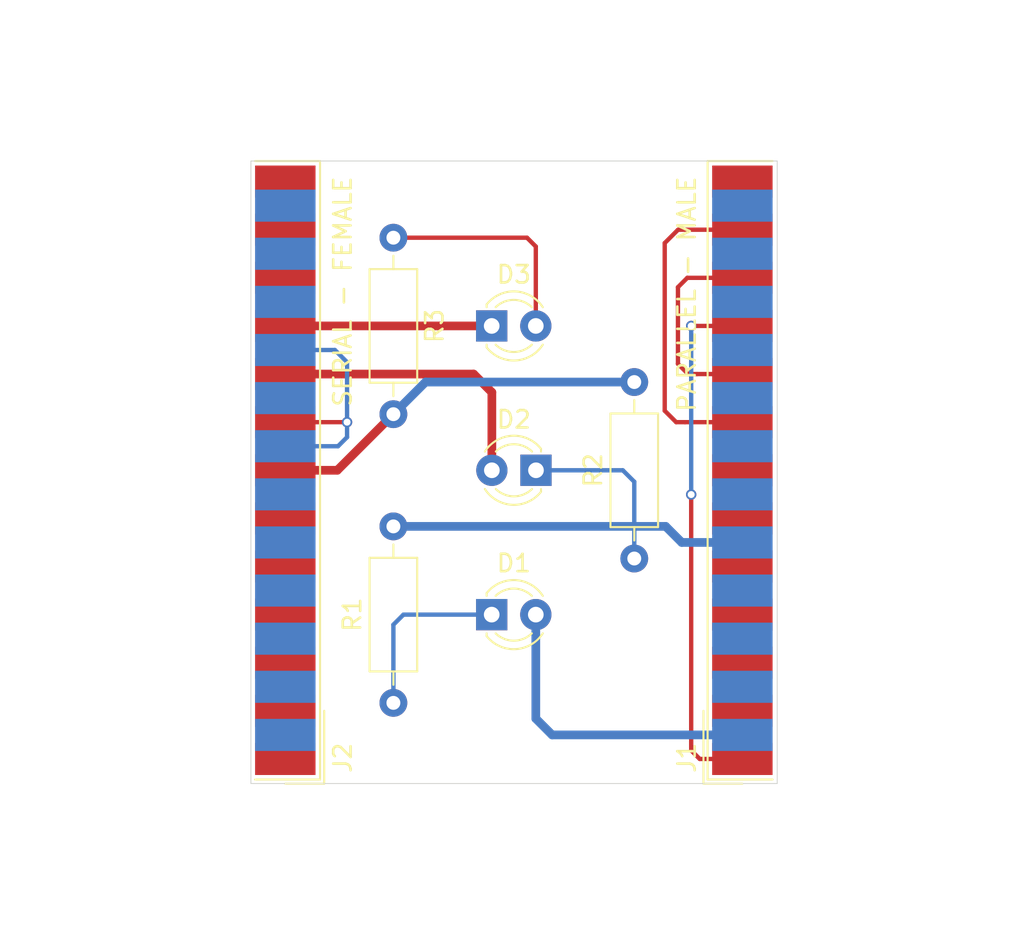
<source format=kicad_pcb>
(kicad_pcb (version 20171130) (host pcbnew 5.1.5)

  (general
    (thickness 1.6)
    (drawings 6)
    (tracks 62)
    (zones 0)
    (modules 8)
    (nets 18)
  )

  (page A4)
  (layers
    (0 F.Cu signal)
    (31 B.Cu signal)
    (36 B.SilkS user)
    (37 F.SilkS user)
    (38 B.Mask user)
    (39 F.Mask user)
    (44 Edge.Cuts user)
    (45 Margin user)
    (46 B.CrtYd user hide)
    (47 F.CrtYd user hide)
    (49 F.Fab user hide)
  )

  (setup
    (last_trace_width 0.25)
    (trace_clearance 0.2)
    (zone_clearance 0.508)
    (zone_45_only no)
    (trace_min 0.2)
    (via_size 0.6)
    (via_drill 0.4)
    (via_min_size 0.4)
    (via_min_drill 0.3)
    (uvia_size 0.3)
    (uvia_drill 0.1)
    (uvias_allowed no)
    (uvia_min_size 0.2)
    (uvia_min_drill 0.1)
    (edge_width 0.05)
    (segment_width 0.2)
    (pcb_text_width 0.3)
    (pcb_text_size 1.5 1.5)
    (mod_edge_width 0.12)
    (mod_text_size 1 1)
    (mod_text_width 0.15)
    (pad_size 1.8 1.8)
    (pad_drill 0.9)
    (pad_to_mask_clearance 0)
    (solder_mask_min_width 0.25)
    (aux_axis_origin 0 0)
    (visible_elements FFFFFF7F)
    (pcbplotparams
      (layerselection 0x010fc_ffffffff)
      (usegerberextensions false)
      (usegerberattributes false)
      (usegerberadvancedattributes false)
      (creategerberjobfile false)
      (excludeedgelayer true)
      (linewidth 0.100000)
      (plotframeref false)
      (viasonmask false)
      (mode 1)
      (useauxorigin false)
      (hpglpennumber 1)
      (hpglpenspeed 20)
      (hpglpendiameter 15.000000)
      (psnegative false)
      (psa4output false)
      (plotreference true)
      (plotvalue true)
      (plotinvisibletext false)
      (padsonsilk false)
      (subtractmaskfromsilk false)
      (outputformat 1)
      (mirror false)
      (drillshape 1)
      (scaleselection 1)
      (outputdirectory ""))
  )

  (net 0 "")
  (net 1 "Net-(D1-Pad1)")
  (net 2 "Net-(D2-Pad1)")
  (net 3 "Net-(D3-Pad2)")
  (net 4 "Net-(J1-Pad1)")
  (net 5 "Net-(J1-Pad2)")
  (net 6 "Net-(J1-Pad4)")
  (net 7 "Net-(J1-Pad6)")
  (net 8 "Net-(J1-Pad12)")
  (net 9 "Net-(J1-Pad11)")
  (net 10 "Net-(J2-Pad2)")
  (net 11 "Net-(J2-Pad4)")
  (net 12 "Net-(J2-Pad20)")
  (net 13 /+5v)
  (net 14 /+12v)
  (net 15 /-12v)
  (net 16 /gnd_p)
  (net 17 /gnd_s)

  (net_class Default "This is the default net class."
    (clearance 0.2)
    (trace_width 0.25)
    (via_dia 0.6)
    (via_drill 0.4)
    (uvia_dia 0.3)
    (uvia_drill 0.1)
    (add_net "Net-(D1-Pad1)")
    (add_net "Net-(D2-Pad1)")
    (add_net "Net-(D3-Pad2)")
    (add_net "Net-(J1-Pad1)")
    (add_net "Net-(J1-Pad11)")
    (add_net "Net-(J1-Pad12)")
    (add_net "Net-(J1-Pad2)")
    (add_net "Net-(J1-Pad4)")
    (add_net "Net-(J1-Pad6)")
    (add_net "Net-(J2-Pad2)")
    (add_net "Net-(J2-Pad20)")
    (add_net "Net-(J2-Pad4)")
  )

  (net_class Power ""
    (clearance 0.2)
    (trace_width 0.5)
    (via_dia 0.8)
    (via_drill 0.6)
    (uvia_dia 0.3)
    (uvia_drill 0.1)
    (add_net /+12v)
    (add_net /+5v)
    (add_net /-12v)
    (add_net /gnd_p)
    (add_net /gnd_s)
  )

  (module LED_THT:LED_D3.0mm (layer F.Cu) (tedit 587A3A7B) (tstamp 5E0D76F7)
    (at 115.5142 112.831)
    (descr "LED, diameter 3.0mm, 2 pins")
    (tags "LED diameter 3.0mm 2 pins")
    (path /5E0D8714)
    (fp_text reference D1 (at 1.275 -2.96) (layer F.SilkS)
      (effects (font (size 1 1) (thickness 0.15)))
    )
    (fp_text value LED (at 1.27 2.96) (layer F.Fab)
      (effects (font (size 1 1) (thickness 0.15)))
    )
    (fp_arc (start 1.27 0) (end -0.23 -1.16619) (angle 284.3) (layer F.Fab) (width 0.1))
    (fp_arc (start 1.27 0) (end -0.29 -1.235516) (angle 108.8) (layer F.SilkS) (width 0.12))
    (fp_arc (start 1.27 0) (end -0.29 1.235516) (angle -108.8) (layer F.SilkS) (width 0.12))
    (fp_arc (start 1.27 0) (end 0.229039 -1.08) (angle 87.9) (layer F.SilkS) (width 0.12))
    (fp_arc (start 1.27 0) (end 0.229039 1.08) (angle -87.9) (layer F.SilkS) (width 0.12))
    (fp_circle (center 1.27 0) (end 2.77 0) (layer F.Fab) (width 0.1))
    (fp_line (start -0.23 -1.16619) (end -0.23 1.16619) (layer F.Fab) (width 0.1))
    (fp_line (start -0.29 -1.236) (end -0.29 -1.08) (layer F.SilkS) (width 0.12))
    (fp_line (start -0.29 1.08) (end -0.29 1.236) (layer F.SilkS) (width 0.12))
    (fp_line (start -1.15 -2.25) (end -1.15 2.25) (layer F.CrtYd) (width 0.05))
    (fp_line (start -1.15 2.25) (end 3.7 2.25) (layer F.CrtYd) (width 0.05))
    (fp_line (start 3.7 2.25) (end 3.7 -2.25) (layer F.CrtYd) (width 0.05))
    (fp_line (start 3.7 -2.25) (end -1.15 -2.25) (layer F.CrtYd) (width 0.05))
    (pad 1 thru_hole rect (at 0 0) (size 1.8 1.8) (drill 0.9) (layers *.Cu *.Mask)
      (net 1 "Net-(D1-Pad1)"))
    (pad 2 thru_hole circle (at 2.54 0) (size 1.8 1.8) (drill 0.9) (layers *.Cu *.Mask)
      (net 13 /+5v))
    (model ${KISYS3DMOD}/LED_THT.3dshapes/LED_D3.0mm.wrl
      (offset (xyz 0 0 -2.5))
      (scale (xyz 1 1 0.8))
      (rotate (xyz 0 0 0))
    )
  )

  (module LED_THT:LED_D3.0mm (layer F.Cu) (tedit 587A3A7B) (tstamp 5E0D770A)
    (at 118.0642 104.521 180)
    (descr "LED, diameter 3.0mm, 2 pins")
    (tags "LED diameter 3.0mm 2 pins")
    (path /5E0ECE52)
    (fp_text reference D2 (at 1.275 2.921) (layer F.SilkS)
      (effects (font (size 1 1) (thickness 0.15)))
    )
    (fp_text value LED (at 1.27 2.96) (layer F.Fab)
      (effects (font (size 1 1) (thickness 0.15)))
    )
    (fp_line (start 3.7 -2.25) (end -1.15 -2.25) (layer F.CrtYd) (width 0.05))
    (fp_line (start 3.7 2.25) (end 3.7 -2.25) (layer F.CrtYd) (width 0.05))
    (fp_line (start -1.15 2.25) (end 3.7 2.25) (layer F.CrtYd) (width 0.05))
    (fp_line (start -1.15 -2.25) (end -1.15 2.25) (layer F.CrtYd) (width 0.05))
    (fp_line (start -0.29 1.08) (end -0.29 1.236) (layer F.SilkS) (width 0.12))
    (fp_line (start -0.29 -1.236) (end -0.29 -1.08) (layer F.SilkS) (width 0.12))
    (fp_line (start -0.23 -1.16619) (end -0.23 1.16619) (layer F.Fab) (width 0.1))
    (fp_circle (center 1.27 0) (end 2.77 0) (layer F.Fab) (width 0.1))
    (fp_arc (start 1.27 0) (end 0.229039 1.08) (angle -87.9) (layer F.SilkS) (width 0.12))
    (fp_arc (start 1.27 0) (end 0.229039 -1.08) (angle 87.9) (layer F.SilkS) (width 0.12))
    (fp_arc (start 1.27 0) (end -0.29 1.235516) (angle -108.8) (layer F.SilkS) (width 0.12))
    (fp_arc (start 1.27 0) (end -0.29 -1.235516) (angle 108.8) (layer F.SilkS) (width 0.12))
    (fp_arc (start 1.27 0) (end -0.23 -1.16619) (angle 284.3) (layer F.Fab) (width 0.1))
    (pad 2 thru_hole circle (at 2.54 0 180) (size 1.8 1.8) (drill 0.9) (layers *.Cu *.Mask)
      (net 14 /+12v))
    (pad 1 thru_hole rect (at 0 0 180) (size 1.8 1.8) (drill 0.9) (layers *.Cu *.Mask)
      (net 2 "Net-(D2-Pad1)"))
    (model ${KISYS3DMOD}/LED_THT.3dshapes/LED_D3.0mm.wrl
      (offset (xyz 0 0 -2.5))
      (scale (xyz 1 1 0.8))
      (rotate (xyz 0 0 0))
    )
  )

  (module LED_THT:LED_D3.0mm (layer F.Cu) (tedit 587A3A7B) (tstamp 5E0D9145)
    (at 115.5142 96.211)
    (descr "LED, diameter 3.0mm, 2 pins")
    (tags "LED diameter 3.0mm 2 pins")
    (path /5E0F7277)
    (fp_text reference D3 (at 1.275 -2.96) (layer F.SilkS)
      (effects (font (size 1 1) (thickness 0.15)))
    )
    (fp_text value LED (at 1.27 2.96) (layer F.Fab)
      (effects (font (size 1 1) (thickness 0.15)))
    )
    (fp_arc (start 1.27 0) (end -0.23 -1.16619) (angle 284.3) (layer F.Fab) (width 0.1))
    (fp_arc (start 1.27 0) (end -0.29 -1.235516) (angle 108.8) (layer F.SilkS) (width 0.12))
    (fp_arc (start 1.27 0) (end -0.29 1.235516) (angle -108.8) (layer F.SilkS) (width 0.12))
    (fp_arc (start 1.27 0) (end 0.229039 -1.08) (angle 87.9) (layer F.SilkS) (width 0.12))
    (fp_arc (start 1.27 0) (end 0.229039 1.08) (angle -87.9) (layer F.SilkS) (width 0.12))
    (fp_circle (center 1.27 0) (end 2.77 0) (layer F.Fab) (width 0.1))
    (fp_line (start -0.23 -1.16619) (end -0.23 1.16619) (layer F.Fab) (width 0.1))
    (fp_line (start -0.29 -1.236) (end -0.29 -1.08) (layer F.SilkS) (width 0.12))
    (fp_line (start -0.29 1.08) (end -0.29 1.236) (layer F.SilkS) (width 0.12))
    (fp_line (start -1.15 -2.25) (end -1.15 2.25) (layer F.CrtYd) (width 0.05))
    (fp_line (start -1.15 2.25) (end 3.7 2.25) (layer F.CrtYd) (width 0.05))
    (fp_line (start 3.7 2.25) (end 3.7 -2.25) (layer F.CrtYd) (width 0.05))
    (fp_line (start 3.7 -2.25) (end -1.15 -2.25) (layer F.CrtYd) (width 0.05))
    (pad 1 thru_hole rect (at 0 0) (size 1.8 1.8) (drill 0.9) (layers *.Cu *.Mask)
      (net 15 /-12v))
    (pad 2 thru_hole circle (at 2.54 0) (size 1.8 1.8) (drill 0.9) (layers *.Cu *.Mask)
      (net 3 "Net-(D3-Pad2)"))
    (model ${KISYS3DMOD}/LED_THT.3dshapes/LED_D3.0mm.wrl
      (offset (xyz 0 0 -2.5))
      (scale (xyz 1 1 0.8))
      (rotate (xyz 0 0 0))
    )
  )

  (module Connector_Dsub:DSUB-25_Male_EdgeMount_P2.77mm (layer F.Cu) (tedit 59FEDEE2) (tstamp 5E0D77CA)
    (at 129.9464 104.521 90)
    (descr "25-pin D-Sub connector, solder-cups edge-mounted, male, x-pin-pitch 2.77mm, distance of mounting holes 47.1mm, see https://disti-assets.s3.amazonaws.com/tonar/files/datasheets/16730.pdf")
    (tags "25-pin D-Sub connector edge mount solder cup male x-pin-pitch 2.77mm mounting holes distance 47.1mm")
    (path /5E0D0CC4)
    (attr smd)
    (fp_text reference J1 (at -16.5525 -3.2004 270) (layer F.SilkS)
      (effects (font (size 1 1) (thickness 0.15)))
    )
    (fp_text value PARALLEL_SIDE (at 0 16.69 90) (layer F.Fab)
      (effects (font (size 1 1) (thickness 0.15)))
    )
    (fp_line (start -17.22 -0.91) (end -17.22 1.99) (layer F.Fab) (width 0.1))
    (fp_line (start -17.22 1.99) (end -16.02 1.99) (layer F.Fab) (width 0.1))
    (fp_line (start -16.02 1.99) (end -16.02 -0.91) (layer F.Fab) (width 0.1))
    (fp_line (start -16.02 -0.91) (end -17.22 -0.91) (layer F.Fab) (width 0.1))
    (fp_line (start -14.45 -0.91) (end -14.45 1.99) (layer F.Fab) (width 0.1))
    (fp_line (start -14.45 1.99) (end -13.25 1.99) (layer F.Fab) (width 0.1))
    (fp_line (start -13.25 1.99) (end -13.25 -0.91) (layer F.Fab) (width 0.1))
    (fp_line (start -13.25 -0.91) (end -14.45 -0.91) (layer F.Fab) (width 0.1))
    (fp_line (start -11.68 -0.91) (end -11.68 1.99) (layer F.Fab) (width 0.1))
    (fp_line (start -11.68 1.99) (end -10.48 1.99) (layer F.Fab) (width 0.1))
    (fp_line (start -10.48 1.99) (end -10.48 -0.91) (layer F.Fab) (width 0.1))
    (fp_line (start -10.48 -0.91) (end -11.68 -0.91) (layer F.Fab) (width 0.1))
    (fp_line (start -8.91 -0.91) (end -8.91 1.99) (layer F.Fab) (width 0.1))
    (fp_line (start -8.91 1.99) (end -7.71 1.99) (layer F.Fab) (width 0.1))
    (fp_line (start -7.71 1.99) (end -7.71 -0.91) (layer F.Fab) (width 0.1))
    (fp_line (start -7.71 -0.91) (end -8.91 -0.91) (layer F.Fab) (width 0.1))
    (fp_line (start -6.14 -0.91) (end -6.14 1.99) (layer F.Fab) (width 0.1))
    (fp_line (start -6.14 1.99) (end -4.94 1.99) (layer F.Fab) (width 0.1))
    (fp_line (start -4.94 1.99) (end -4.94 -0.91) (layer F.Fab) (width 0.1))
    (fp_line (start -4.94 -0.91) (end -6.14 -0.91) (layer F.Fab) (width 0.1))
    (fp_line (start -3.37 -0.91) (end -3.37 1.99) (layer F.Fab) (width 0.1))
    (fp_line (start -3.37 1.99) (end -2.17 1.99) (layer F.Fab) (width 0.1))
    (fp_line (start -2.17 1.99) (end -2.17 -0.91) (layer F.Fab) (width 0.1))
    (fp_line (start -2.17 -0.91) (end -3.37 -0.91) (layer F.Fab) (width 0.1))
    (fp_line (start -0.6 -0.91) (end -0.6 1.99) (layer F.Fab) (width 0.1))
    (fp_line (start -0.6 1.99) (end 0.6 1.99) (layer F.Fab) (width 0.1))
    (fp_line (start 0.6 1.99) (end 0.6 -0.91) (layer F.Fab) (width 0.1))
    (fp_line (start 0.6 -0.91) (end -0.6 -0.91) (layer F.Fab) (width 0.1))
    (fp_line (start 2.17 -0.91) (end 2.17 1.99) (layer F.Fab) (width 0.1))
    (fp_line (start 2.17 1.99) (end 3.37 1.99) (layer F.Fab) (width 0.1))
    (fp_line (start 3.37 1.99) (end 3.37 -0.91) (layer F.Fab) (width 0.1))
    (fp_line (start 3.37 -0.91) (end 2.17 -0.91) (layer F.Fab) (width 0.1))
    (fp_line (start 4.94 -0.91) (end 4.94 1.99) (layer F.Fab) (width 0.1))
    (fp_line (start 4.94 1.99) (end 6.14 1.99) (layer F.Fab) (width 0.1))
    (fp_line (start 6.14 1.99) (end 6.14 -0.91) (layer F.Fab) (width 0.1))
    (fp_line (start 6.14 -0.91) (end 4.94 -0.91) (layer F.Fab) (width 0.1))
    (fp_line (start 7.71 -0.91) (end 7.71 1.99) (layer F.Fab) (width 0.1))
    (fp_line (start 7.71 1.99) (end 8.91 1.99) (layer F.Fab) (width 0.1))
    (fp_line (start 8.91 1.99) (end 8.91 -0.91) (layer F.Fab) (width 0.1))
    (fp_line (start 8.91 -0.91) (end 7.71 -0.91) (layer F.Fab) (width 0.1))
    (fp_line (start 10.48 -0.91) (end 10.48 1.99) (layer F.Fab) (width 0.1))
    (fp_line (start 10.48 1.99) (end 11.68 1.99) (layer F.Fab) (width 0.1))
    (fp_line (start 11.68 1.99) (end 11.68 -0.91) (layer F.Fab) (width 0.1))
    (fp_line (start 11.68 -0.91) (end 10.48 -0.91) (layer F.Fab) (width 0.1))
    (fp_line (start 13.25 -0.91) (end 13.25 1.99) (layer F.Fab) (width 0.1))
    (fp_line (start 13.25 1.99) (end 14.45 1.99) (layer F.Fab) (width 0.1))
    (fp_line (start 14.45 1.99) (end 14.45 -0.91) (layer F.Fab) (width 0.1))
    (fp_line (start 14.45 -0.91) (end 13.25 -0.91) (layer F.Fab) (width 0.1))
    (fp_line (start 16.02 -0.91) (end 16.02 1.99) (layer F.Fab) (width 0.1))
    (fp_line (start 16.02 1.99) (end 17.22 1.99) (layer F.Fab) (width 0.1))
    (fp_line (start 17.22 1.99) (end 17.22 -0.91) (layer F.Fab) (width 0.1))
    (fp_line (start 17.22 -0.91) (end 16.02 -0.91) (layer F.Fab) (width 0.1))
    (fp_line (start -15.835 -0.91) (end -15.835 1.99) (layer B.Fab) (width 0.1))
    (fp_line (start -15.835 1.99) (end -14.635 1.99) (layer B.Fab) (width 0.1))
    (fp_line (start -14.635 1.99) (end -14.635 -0.91) (layer B.Fab) (width 0.1))
    (fp_line (start -14.635 -0.91) (end -15.835 -0.91) (layer B.Fab) (width 0.1))
    (fp_line (start -13.065 -0.91) (end -13.065 1.99) (layer B.Fab) (width 0.1))
    (fp_line (start -13.065 1.99) (end -11.865 1.99) (layer B.Fab) (width 0.1))
    (fp_line (start -11.865 1.99) (end -11.865 -0.91) (layer B.Fab) (width 0.1))
    (fp_line (start -11.865 -0.91) (end -13.065 -0.91) (layer B.Fab) (width 0.1))
    (fp_line (start -10.295 -0.91) (end -10.295 1.99) (layer B.Fab) (width 0.1))
    (fp_line (start -10.295 1.99) (end -9.095 1.99) (layer B.Fab) (width 0.1))
    (fp_line (start -9.095 1.99) (end -9.095 -0.91) (layer B.Fab) (width 0.1))
    (fp_line (start -9.095 -0.91) (end -10.295 -0.91) (layer B.Fab) (width 0.1))
    (fp_line (start -7.525 -0.91) (end -7.525 1.99) (layer B.Fab) (width 0.1))
    (fp_line (start -7.525 1.99) (end -6.325 1.99) (layer B.Fab) (width 0.1))
    (fp_line (start -6.325 1.99) (end -6.325 -0.91) (layer B.Fab) (width 0.1))
    (fp_line (start -6.325 -0.91) (end -7.525 -0.91) (layer B.Fab) (width 0.1))
    (fp_line (start -4.755 -0.91) (end -4.755 1.99) (layer B.Fab) (width 0.1))
    (fp_line (start -4.755 1.99) (end -3.555 1.99) (layer B.Fab) (width 0.1))
    (fp_line (start -3.555 1.99) (end -3.555 -0.91) (layer B.Fab) (width 0.1))
    (fp_line (start -3.555 -0.91) (end -4.755 -0.91) (layer B.Fab) (width 0.1))
    (fp_line (start -1.985 -0.91) (end -1.985 1.99) (layer B.Fab) (width 0.1))
    (fp_line (start -1.985 1.99) (end -0.785 1.99) (layer B.Fab) (width 0.1))
    (fp_line (start -0.785 1.99) (end -0.785 -0.91) (layer B.Fab) (width 0.1))
    (fp_line (start -0.785 -0.91) (end -1.985 -0.91) (layer B.Fab) (width 0.1))
    (fp_line (start 0.785 -0.91) (end 0.785 1.99) (layer B.Fab) (width 0.1))
    (fp_line (start 0.785 1.99) (end 1.985 1.99) (layer B.Fab) (width 0.1))
    (fp_line (start 1.985 1.99) (end 1.985 -0.91) (layer B.Fab) (width 0.1))
    (fp_line (start 1.985 -0.91) (end 0.785 -0.91) (layer B.Fab) (width 0.1))
    (fp_line (start 3.555 -0.91) (end 3.555 1.99) (layer B.Fab) (width 0.1))
    (fp_line (start 3.555 1.99) (end 4.755 1.99) (layer B.Fab) (width 0.1))
    (fp_line (start 4.755 1.99) (end 4.755 -0.91) (layer B.Fab) (width 0.1))
    (fp_line (start 4.755 -0.91) (end 3.555 -0.91) (layer B.Fab) (width 0.1))
    (fp_line (start 6.325 -0.91) (end 6.325 1.99) (layer B.Fab) (width 0.1))
    (fp_line (start 6.325 1.99) (end 7.525 1.99) (layer B.Fab) (width 0.1))
    (fp_line (start 7.525 1.99) (end 7.525 -0.91) (layer B.Fab) (width 0.1))
    (fp_line (start 7.525 -0.91) (end 6.325 -0.91) (layer B.Fab) (width 0.1))
    (fp_line (start 9.095 -0.91) (end 9.095 1.99) (layer B.Fab) (width 0.1))
    (fp_line (start 9.095 1.99) (end 10.295 1.99) (layer B.Fab) (width 0.1))
    (fp_line (start 10.295 1.99) (end 10.295 -0.91) (layer B.Fab) (width 0.1))
    (fp_line (start 10.295 -0.91) (end 9.095 -0.91) (layer B.Fab) (width 0.1))
    (fp_line (start 11.865 -0.91) (end 11.865 1.99) (layer B.Fab) (width 0.1))
    (fp_line (start 11.865 1.99) (end 13.065 1.99) (layer B.Fab) (width 0.1))
    (fp_line (start 13.065 1.99) (end 13.065 -0.91) (layer B.Fab) (width 0.1))
    (fp_line (start 13.065 -0.91) (end 11.865 -0.91) (layer B.Fab) (width 0.1))
    (fp_line (start 14.635 -0.91) (end 14.635 1.99) (layer B.Fab) (width 0.1))
    (fp_line (start 14.635 1.99) (end 15.835 1.99) (layer B.Fab) (width 0.1))
    (fp_line (start 15.835 1.99) (end 15.835 -0.91) (layer B.Fab) (width 0.1))
    (fp_line (start 15.835 -0.91) (end 14.635 -0.91) (layer B.Fab) (width 0.1))
    (fp_line (start -18.55 1.99) (end -18.55 4.79) (layer F.Fab) (width 0.1))
    (fp_line (start -18.55 4.79) (end 18.55 4.79) (layer F.Fab) (width 0.1))
    (fp_line (start 18.55 4.79) (end 18.55 1.99) (layer F.Fab) (width 0.1))
    (fp_line (start 18.55 1.99) (end -18.55 1.99) (layer F.Fab) (width 0.1))
    (fp_line (start -19.55 4.79) (end -19.55 9.29) (layer F.Fab) (width 0.1))
    (fp_line (start -19.55 9.29) (end 19.55 9.29) (layer F.Fab) (width 0.1))
    (fp_line (start 19.55 9.29) (end 19.55 4.79) (layer F.Fab) (width 0.1))
    (fp_line (start 19.55 4.79) (end -19.55 4.79) (layer F.Fab) (width 0.1))
    (fp_line (start -26.55 9.29) (end -26.55 9.69) (layer F.Fab) (width 0.1))
    (fp_line (start -26.55 9.69) (end 26.55 9.69) (layer F.Fab) (width 0.1))
    (fp_line (start 26.55 9.69) (end 26.55 9.29) (layer F.Fab) (width 0.1))
    (fp_line (start 26.55 9.29) (end -26.55 9.29) (layer F.Fab) (width 0.1))
    (fp_line (start -19.15 9.69) (end -19.15 15.69) (layer F.Fab) (width 0.1))
    (fp_line (start -19.15 15.69) (end 19.15 15.69) (layer F.Fab) (width 0.1))
    (fp_line (start 19.15 15.69) (end 19.15 9.69) (layer F.Fab) (width 0.1))
    (fp_line (start 19.15 9.69) (end -19.15 9.69) (layer F.Fab) (width 0.1))
    (fp_line (start -18.05 -2.25) (end 18.05 -2.25) (layer F.CrtYd) (width 0.05))
    (fp_line (start 18.05 -2.25) (end 18.05 1.5) (layer F.CrtYd) (width 0.05))
    (fp_line (start 18.05 1.5) (end 19.05 1.5) (layer F.CrtYd) (width 0.05))
    (fp_line (start 19.05 1.5) (end 19.05 4.3) (layer F.CrtYd) (width 0.05))
    (fp_line (start 19.05 4.3) (end 20.05 4.3) (layer F.CrtYd) (width 0.05))
    (fp_line (start 20.05 4.3) (end 20.05 8.8) (layer F.CrtYd) (width 0.05))
    (fp_line (start 20.05 8.8) (end 27.05 8.8) (layer F.CrtYd) (width 0.05))
    (fp_line (start 27.05 8.8) (end 27.05 10.2) (layer F.CrtYd) (width 0.05))
    (fp_line (start 27.05 10.2) (end 19.65 10.2) (layer F.CrtYd) (width 0.05))
    (fp_line (start 19.65 10.2) (end 19.65 16.2) (layer F.CrtYd) (width 0.05))
    (fp_line (start 19.65 16.2) (end -19.65 16.2) (layer F.CrtYd) (width 0.05))
    (fp_line (start -19.65 16.2) (end -19.65 10.2) (layer F.CrtYd) (width 0.05))
    (fp_line (start -19.65 10.2) (end -27.05 10.2) (layer F.CrtYd) (width 0.05))
    (fp_line (start -27.05 10.2) (end -27.05 8.8) (layer F.CrtYd) (width 0.05))
    (fp_line (start -27.05 8.8) (end -20.05 8.8) (layer F.CrtYd) (width 0.05))
    (fp_line (start -20.05 8.8) (end -20.05 4.3) (layer F.CrtYd) (width 0.05))
    (fp_line (start -20.05 4.3) (end -19.05 4.3) (layer F.CrtYd) (width 0.05))
    (fp_line (start -19.05 4.3) (end -19.05 1.5) (layer F.CrtYd) (width 0.05))
    (fp_line (start -19.05 1.5) (end -18.05 1.5) (layer F.CrtYd) (width 0.05))
    (fp_line (start -18.05 1.5) (end -18.05 -2.25) (layer F.CrtYd) (width 0.05))
    (fp_line (start 17.803333 1.74) (end 17.803333 -2) (layer F.SilkS) (width 0.12))
    (fp_line (start 17.803333 -2) (end -17.803333 -2) (layer F.SilkS) (width 0.12))
    (fp_line (start -17.803333 -2) (end -17.803333 1.74) (layer F.SilkS) (width 0.12))
    (fp_line (start -18.043333 0) (end -18.043333 -2.24) (layer F.SilkS) (width 0.12))
    (fp_line (start -18.043333 -2.24) (end -13.85 -2.24) (layer F.SilkS) (width 0.12))
    (fp_line (start -26.55 1.99) (end 26.55 1.99) (layer Dwgs.User) (width 0.05))
    (fp_text user %R (at 0 3.39 90) (layer F.Fab)
      (effects (font (size 1 1) (thickness 0.15)))
    )
    (fp_text user "PCB edge" (at -21.55 1.323333 90) (layer Dwgs.User)
      (effects (font (size 0.5 0.5) (thickness 0.075)))
    )
    (pad 1 smd rect (at -16.62 0 90) (size 1.846667 3.48) (layers F.Cu F.Paste F.Mask)
      (net 4 "Net-(J1-Pad1)"))
    (pad 2 smd rect (at -13.85 0 90) (size 1.846667 3.48) (layers F.Cu F.Paste F.Mask)
      (net 5 "Net-(J1-Pad2)"))
    (pad 3 smd rect (at -11.08 0 90) (size 1.846667 3.48) (layers F.Cu F.Paste F.Mask)
      (net 5 "Net-(J1-Pad2)"))
    (pad 4 smd rect (at -8.31 0 90) (size 1.846667 3.48) (layers F.Cu F.Paste F.Mask)
      (net 6 "Net-(J1-Pad4)"))
    (pad 5 smd rect (at -5.54 0 90) (size 1.846667 3.48) (layers F.Cu F.Paste F.Mask)
      (net 6 "Net-(J1-Pad4)"))
    (pad 6 smd rect (at -2.77 0 90) (size 1.846667 3.48) (layers F.Cu F.Paste F.Mask)
      (net 7 "Net-(J1-Pad6)"))
    (pad 7 smd rect (at 0 0 90) (size 1.846667 3.48) (layers F.Cu F.Paste F.Mask)
      (net 7 "Net-(J1-Pad6)"))
    (pad 8 smd rect (at 2.77 0 90) (size 1.846667 3.48) (layers F.Cu F.Paste F.Mask)
      (net 8 "Net-(J1-Pad12)"))
    (pad 9 smd rect (at 5.54 0 90) (size 1.846667 3.48) (layers F.Cu F.Paste F.Mask)
      (net 9 "Net-(J1-Pad11)"))
    (pad 10 smd rect (at 8.31 0 90) (size 1.846667 3.48) (layers F.Cu F.Paste F.Mask)
      (net 4 "Net-(J1-Pad1)"))
    (pad 11 smd rect (at 11.08 0 90) (size 1.846667 3.48) (layers F.Cu F.Paste F.Mask)
      (net 9 "Net-(J1-Pad11)"))
    (pad 12 smd rect (at 13.85 0 90) (size 1.846667 3.48) (layers F.Cu F.Paste F.Mask)
      (net 8 "Net-(J1-Pad12)"))
    (pad 13 smd rect (at 16.62 0 90) (size 1.846667 3.48) (layers F.Cu F.Paste F.Mask)
      (net 8 "Net-(J1-Pad12)"))
    (pad 14 smd rect (at -15.235 0 90) (size 1.846667 3.48) (layers B.Cu B.Paste B.Mask)
      (net 13 /+5v))
    (pad 15 smd rect (at -12.465 0 90) (size 1.846667 3.48) (layers B.Cu B.Paste B.Mask))
    (pad 16 smd rect (at -9.695 0 90) (size 1.846667 3.48) (layers B.Cu B.Paste B.Mask))
    (pad 17 smd rect (at -6.925 0 90) (size 1.846667 3.48) (layers B.Cu B.Paste B.Mask))
    (pad 18 smd rect (at -4.155 0 90) (size 1.846667 3.48) (layers B.Cu B.Paste B.Mask)
      (net 16 /gnd_p))
    (pad 19 smd rect (at -1.385 0 90) (size 1.846667 3.48) (layers B.Cu B.Paste B.Mask))
    (pad 20 smd rect (at 1.385 0 90) (size 1.846667 3.48) (layers B.Cu B.Paste B.Mask))
    (pad 21 smd rect (at 4.155 0 90) (size 1.846667 3.48) (layers B.Cu B.Paste B.Mask))
    (pad 22 smd rect (at 6.925 0 90) (size 1.846667 3.48) (layers B.Cu B.Paste B.Mask))
    (pad 23 smd rect (at 9.695 0 90) (size 1.846667 3.48) (layers B.Cu B.Paste B.Mask))
    (pad 24 smd rect (at 12.465 0 90) (size 1.846667 3.48) (layers B.Cu B.Paste B.Mask))
    (pad 25 smd rect (at 15.235 0 90) (size 1.846667 3.48) (layers B.Cu B.Paste B.Mask))
    (model ${KISYS3DMOD}/Connector_Dsub.3dshapes/DSUB-25_Male_Vertical_P2.77x2.84mm.wrl
      (offset (xyz -16.5 -2.2 0.5))
      (scale (xyz 1 1 1))
      (rotate (xyz -90 0 0))
    )
  )

  (module Connector_Dsub:DSUB-25_Female_EdgeMount_P2.77mm (layer F.Cu) (tedit 59FEDEE2) (tstamp 5E0D8FDB)
    (at 103.632 104.521 270)
    (descr "25-pin D-Sub connector, solder-cups edge-mounted, female, x-pin-pitch 2.77mm, distance of mounting holes 47.1mm, see https://disti-assets.s3.amazonaws.com/tonar/files/datasheets/16730.pdf")
    (tags "25-pin D-Sub connector edge mount solder cup female x-pin-pitch 2.77mm mounting holes distance 47.1mm")
    (path /5E0DE849)
    (attr smd)
    (fp_text reference J2 (at 16.5525 -3.302 270) (layer F.SilkS)
      (effects (font (size 1 1) (thickness 0.15)))
    )
    (fp_text value SERIAL_SIDE (at 0 16.86 90) (layer F.Fab)
      (effects (font (size 1 1) (thickness 0.15)))
    )
    (fp_line (start 16.02 -0.91) (end 16.02 1.99) (layer F.Fab) (width 0.1))
    (fp_line (start 16.02 1.99) (end 17.22 1.99) (layer F.Fab) (width 0.1))
    (fp_line (start 17.22 1.99) (end 17.22 -0.91) (layer F.Fab) (width 0.1))
    (fp_line (start 17.22 -0.91) (end 16.02 -0.91) (layer F.Fab) (width 0.1))
    (fp_line (start 13.25 -0.91) (end 13.25 1.99) (layer F.Fab) (width 0.1))
    (fp_line (start 13.25 1.99) (end 14.45 1.99) (layer F.Fab) (width 0.1))
    (fp_line (start 14.45 1.99) (end 14.45 -0.91) (layer F.Fab) (width 0.1))
    (fp_line (start 14.45 -0.91) (end 13.25 -0.91) (layer F.Fab) (width 0.1))
    (fp_line (start 10.48 -0.91) (end 10.48 1.99) (layer F.Fab) (width 0.1))
    (fp_line (start 10.48 1.99) (end 11.68 1.99) (layer F.Fab) (width 0.1))
    (fp_line (start 11.68 1.99) (end 11.68 -0.91) (layer F.Fab) (width 0.1))
    (fp_line (start 11.68 -0.91) (end 10.48 -0.91) (layer F.Fab) (width 0.1))
    (fp_line (start 7.71 -0.91) (end 7.71 1.99) (layer F.Fab) (width 0.1))
    (fp_line (start 7.71 1.99) (end 8.91 1.99) (layer F.Fab) (width 0.1))
    (fp_line (start 8.91 1.99) (end 8.91 -0.91) (layer F.Fab) (width 0.1))
    (fp_line (start 8.91 -0.91) (end 7.71 -0.91) (layer F.Fab) (width 0.1))
    (fp_line (start 4.94 -0.91) (end 4.94 1.99) (layer F.Fab) (width 0.1))
    (fp_line (start 4.94 1.99) (end 6.14 1.99) (layer F.Fab) (width 0.1))
    (fp_line (start 6.14 1.99) (end 6.14 -0.91) (layer F.Fab) (width 0.1))
    (fp_line (start 6.14 -0.91) (end 4.94 -0.91) (layer F.Fab) (width 0.1))
    (fp_line (start 2.17 -0.91) (end 2.17 1.99) (layer F.Fab) (width 0.1))
    (fp_line (start 2.17 1.99) (end 3.37 1.99) (layer F.Fab) (width 0.1))
    (fp_line (start 3.37 1.99) (end 3.37 -0.91) (layer F.Fab) (width 0.1))
    (fp_line (start 3.37 -0.91) (end 2.17 -0.91) (layer F.Fab) (width 0.1))
    (fp_line (start -0.6 -0.91) (end -0.6 1.99) (layer F.Fab) (width 0.1))
    (fp_line (start -0.6 1.99) (end 0.6 1.99) (layer F.Fab) (width 0.1))
    (fp_line (start 0.6 1.99) (end 0.6 -0.91) (layer F.Fab) (width 0.1))
    (fp_line (start 0.6 -0.91) (end -0.6 -0.91) (layer F.Fab) (width 0.1))
    (fp_line (start -3.37 -0.91) (end -3.37 1.99) (layer F.Fab) (width 0.1))
    (fp_line (start -3.37 1.99) (end -2.17 1.99) (layer F.Fab) (width 0.1))
    (fp_line (start -2.17 1.99) (end -2.17 -0.91) (layer F.Fab) (width 0.1))
    (fp_line (start -2.17 -0.91) (end -3.37 -0.91) (layer F.Fab) (width 0.1))
    (fp_line (start -6.14 -0.91) (end -6.14 1.99) (layer F.Fab) (width 0.1))
    (fp_line (start -6.14 1.99) (end -4.94 1.99) (layer F.Fab) (width 0.1))
    (fp_line (start -4.94 1.99) (end -4.94 -0.91) (layer F.Fab) (width 0.1))
    (fp_line (start -4.94 -0.91) (end -6.14 -0.91) (layer F.Fab) (width 0.1))
    (fp_line (start -8.91 -0.91) (end -8.91 1.99) (layer F.Fab) (width 0.1))
    (fp_line (start -8.91 1.99) (end -7.71 1.99) (layer F.Fab) (width 0.1))
    (fp_line (start -7.71 1.99) (end -7.71 -0.91) (layer F.Fab) (width 0.1))
    (fp_line (start -7.71 -0.91) (end -8.91 -0.91) (layer F.Fab) (width 0.1))
    (fp_line (start -11.68 -0.91) (end -11.68 1.99) (layer F.Fab) (width 0.1))
    (fp_line (start -11.68 1.99) (end -10.48 1.99) (layer F.Fab) (width 0.1))
    (fp_line (start -10.48 1.99) (end -10.48 -0.91) (layer F.Fab) (width 0.1))
    (fp_line (start -10.48 -0.91) (end -11.68 -0.91) (layer F.Fab) (width 0.1))
    (fp_line (start -14.45 -0.91) (end -14.45 1.99) (layer F.Fab) (width 0.1))
    (fp_line (start -14.45 1.99) (end -13.25 1.99) (layer F.Fab) (width 0.1))
    (fp_line (start -13.25 1.99) (end -13.25 -0.91) (layer F.Fab) (width 0.1))
    (fp_line (start -13.25 -0.91) (end -14.45 -0.91) (layer F.Fab) (width 0.1))
    (fp_line (start -17.22 -0.91) (end -17.22 1.99) (layer F.Fab) (width 0.1))
    (fp_line (start -17.22 1.99) (end -16.02 1.99) (layer F.Fab) (width 0.1))
    (fp_line (start -16.02 1.99) (end -16.02 -0.91) (layer F.Fab) (width 0.1))
    (fp_line (start -16.02 -0.91) (end -17.22 -0.91) (layer F.Fab) (width 0.1))
    (fp_line (start 14.635 -0.91) (end 14.635 1.99) (layer B.Fab) (width 0.1))
    (fp_line (start 14.635 1.99) (end 15.835 1.99) (layer B.Fab) (width 0.1))
    (fp_line (start 15.835 1.99) (end 15.835 -0.91) (layer B.Fab) (width 0.1))
    (fp_line (start 15.835 -0.91) (end 14.635 -0.91) (layer B.Fab) (width 0.1))
    (fp_line (start 11.865 -0.91) (end 11.865 1.99) (layer B.Fab) (width 0.1))
    (fp_line (start 11.865 1.99) (end 13.065 1.99) (layer B.Fab) (width 0.1))
    (fp_line (start 13.065 1.99) (end 13.065 -0.91) (layer B.Fab) (width 0.1))
    (fp_line (start 13.065 -0.91) (end 11.865 -0.91) (layer B.Fab) (width 0.1))
    (fp_line (start 9.095 -0.91) (end 9.095 1.99) (layer B.Fab) (width 0.1))
    (fp_line (start 9.095 1.99) (end 10.295 1.99) (layer B.Fab) (width 0.1))
    (fp_line (start 10.295 1.99) (end 10.295 -0.91) (layer B.Fab) (width 0.1))
    (fp_line (start 10.295 -0.91) (end 9.095 -0.91) (layer B.Fab) (width 0.1))
    (fp_line (start 6.325 -0.91) (end 6.325 1.99) (layer B.Fab) (width 0.1))
    (fp_line (start 6.325 1.99) (end 7.525 1.99) (layer B.Fab) (width 0.1))
    (fp_line (start 7.525 1.99) (end 7.525 -0.91) (layer B.Fab) (width 0.1))
    (fp_line (start 7.525 -0.91) (end 6.325 -0.91) (layer B.Fab) (width 0.1))
    (fp_line (start 3.555 -0.91) (end 3.555 1.99) (layer B.Fab) (width 0.1))
    (fp_line (start 3.555 1.99) (end 4.755 1.99) (layer B.Fab) (width 0.1))
    (fp_line (start 4.755 1.99) (end 4.755 -0.91) (layer B.Fab) (width 0.1))
    (fp_line (start 4.755 -0.91) (end 3.555 -0.91) (layer B.Fab) (width 0.1))
    (fp_line (start 0.785 -0.91) (end 0.785 1.99) (layer B.Fab) (width 0.1))
    (fp_line (start 0.785 1.99) (end 1.985 1.99) (layer B.Fab) (width 0.1))
    (fp_line (start 1.985 1.99) (end 1.985 -0.91) (layer B.Fab) (width 0.1))
    (fp_line (start 1.985 -0.91) (end 0.785 -0.91) (layer B.Fab) (width 0.1))
    (fp_line (start -1.985 -0.91) (end -1.985 1.99) (layer B.Fab) (width 0.1))
    (fp_line (start -1.985 1.99) (end -0.785 1.99) (layer B.Fab) (width 0.1))
    (fp_line (start -0.785 1.99) (end -0.785 -0.91) (layer B.Fab) (width 0.1))
    (fp_line (start -0.785 -0.91) (end -1.985 -0.91) (layer B.Fab) (width 0.1))
    (fp_line (start -4.755 -0.91) (end -4.755 1.99) (layer B.Fab) (width 0.1))
    (fp_line (start -4.755 1.99) (end -3.555 1.99) (layer B.Fab) (width 0.1))
    (fp_line (start -3.555 1.99) (end -3.555 -0.91) (layer B.Fab) (width 0.1))
    (fp_line (start -3.555 -0.91) (end -4.755 -0.91) (layer B.Fab) (width 0.1))
    (fp_line (start -7.525 -0.91) (end -7.525 1.99) (layer B.Fab) (width 0.1))
    (fp_line (start -7.525 1.99) (end -6.325 1.99) (layer B.Fab) (width 0.1))
    (fp_line (start -6.325 1.99) (end -6.325 -0.91) (layer B.Fab) (width 0.1))
    (fp_line (start -6.325 -0.91) (end -7.525 -0.91) (layer B.Fab) (width 0.1))
    (fp_line (start -10.295 -0.91) (end -10.295 1.99) (layer B.Fab) (width 0.1))
    (fp_line (start -10.295 1.99) (end -9.095 1.99) (layer B.Fab) (width 0.1))
    (fp_line (start -9.095 1.99) (end -9.095 -0.91) (layer B.Fab) (width 0.1))
    (fp_line (start -9.095 -0.91) (end -10.295 -0.91) (layer B.Fab) (width 0.1))
    (fp_line (start -13.065 -0.91) (end -13.065 1.99) (layer B.Fab) (width 0.1))
    (fp_line (start -13.065 1.99) (end -11.865 1.99) (layer B.Fab) (width 0.1))
    (fp_line (start -11.865 1.99) (end -11.865 -0.91) (layer B.Fab) (width 0.1))
    (fp_line (start -11.865 -0.91) (end -13.065 -0.91) (layer B.Fab) (width 0.1))
    (fp_line (start -15.835 -0.91) (end -15.835 1.99) (layer B.Fab) (width 0.1))
    (fp_line (start -15.835 1.99) (end -14.635 1.99) (layer B.Fab) (width 0.1))
    (fp_line (start -14.635 1.99) (end -14.635 -0.91) (layer B.Fab) (width 0.1))
    (fp_line (start -14.635 -0.91) (end -15.835 -0.91) (layer B.Fab) (width 0.1))
    (fp_line (start -18.55 1.99) (end -18.55 4.79) (layer F.Fab) (width 0.1))
    (fp_line (start -18.55 4.79) (end 18.55 4.79) (layer F.Fab) (width 0.1))
    (fp_line (start 18.55 4.79) (end 18.55 1.99) (layer F.Fab) (width 0.1))
    (fp_line (start 18.55 1.99) (end -18.55 1.99) (layer F.Fab) (width 0.1))
    (fp_line (start -19.55 4.79) (end -19.55 9.29) (layer F.Fab) (width 0.1))
    (fp_line (start -19.55 9.29) (end 19.55 9.29) (layer F.Fab) (width 0.1))
    (fp_line (start 19.55 9.29) (end 19.55 4.79) (layer F.Fab) (width 0.1))
    (fp_line (start 19.55 4.79) (end -19.55 4.79) (layer F.Fab) (width 0.1))
    (fp_line (start -26.55 9.29) (end -26.55 9.69) (layer F.Fab) (width 0.1))
    (fp_line (start -26.55 9.69) (end 26.55 9.69) (layer F.Fab) (width 0.1))
    (fp_line (start 26.55 9.69) (end 26.55 9.29) (layer F.Fab) (width 0.1))
    (fp_line (start 26.55 9.29) (end -26.55 9.29) (layer F.Fab) (width 0.1))
    (fp_line (start -19.15 9.69) (end -19.15 15.86) (layer F.Fab) (width 0.1))
    (fp_line (start -19.15 15.86) (end 19.15 15.86) (layer F.Fab) (width 0.1))
    (fp_line (start 19.15 15.86) (end 19.15 9.69) (layer F.Fab) (width 0.1))
    (fp_line (start 19.15 9.69) (end -19.15 9.69) (layer F.Fab) (width 0.1))
    (fp_line (start -18.05 -2.25) (end 18.05 -2.25) (layer F.CrtYd) (width 0.05))
    (fp_line (start 18.05 -2.25) (end 18.05 1.5) (layer F.CrtYd) (width 0.05))
    (fp_line (start 18.05 1.5) (end 19.05 1.5) (layer F.CrtYd) (width 0.05))
    (fp_line (start 19.05 1.5) (end 19.05 4.3) (layer F.CrtYd) (width 0.05))
    (fp_line (start 19.05 4.3) (end 20.05 4.3) (layer F.CrtYd) (width 0.05))
    (fp_line (start 20.05 4.3) (end 20.05 8.8) (layer F.CrtYd) (width 0.05))
    (fp_line (start 20.05 8.8) (end 27.05 8.8) (layer F.CrtYd) (width 0.05))
    (fp_line (start 27.05 8.8) (end 27.05 10.2) (layer F.CrtYd) (width 0.05))
    (fp_line (start 27.05 10.2) (end 19.65 10.2) (layer F.CrtYd) (width 0.05))
    (fp_line (start 19.65 10.2) (end 19.65 16.4) (layer F.CrtYd) (width 0.05))
    (fp_line (start 19.65 16.4) (end -19.65 16.4) (layer F.CrtYd) (width 0.05))
    (fp_line (start -19.65 16.4) (end -19.65 10.2) (layer F.CrtYd) (width 0.05))
    (fp_line (start -19.65 10.2) (end -27.05 10.2) (layer F.CrtYd) (width 0.05))
    (fp_line (start -27.05 10.2) (end -27.05 8.8) (layer F.CrtYd) (width 0.05))
    (fp_line (start -27.05 8.8) (end -20.05 8.8) (layer F.CrtYd) (width 0.05))
    (fp_line (start -20.05 8.8) (end -20.05 4.3) (layer F.CrtYd) (width 0.05))
    (fp_line (start -20.05 4.3) (end -19.05 4.3) (layer F.CrtYd) (width 0.05))
    (fp_line (start -19.05 4.3) (end -19.05 1.5) (layer F.CrtYd) (width 0.05))
    (fp_line (start -19.05 1.5) (end -18.05 1.5) (layer F.CrtYd) (width 0.05))
    (fp_line (start -18.05 1.5) (end -18.05 -2.25) (layer F.CrtYd) (width 0.05))
    (fp_line (start 17.803333 1.74) (end 17.803333 -2) (layer F.SilkS) (width 0.12))
    (fp_line (start 17.803333 -2) (end -17.803333 -2) (layer F.SilkS) (width 0.12))
    (fp_line (start -17.803333 -2) (end -17.803333 1.74) (layer F.SilkS) (width 0.12))
    (fp_line (start 18.043333 0) (end 18.043333 -2.24) (layer F.SilkS) (width 0.12))
    (fp_line (start 18.043333 -2.24) (end 13.85 -2.24) (layer F.SilkS) (width 0.12))
    (fp_line (start -26.55 1.99) (end 26.55 1.99) (layer Dwgs.User) (width 0.05))
    (fp_text user %R (at 0 3.39 90) (layer F.Fab)
      (effects (font (size 1 1) (thickness 0.15)))
    )
    (fp_text user "PCB edge" (at -21.55 1.323333 90) (layer Dwgs.User)
      (effects (font (size 0.5 0.5) (thickness 0.075)))
    )
    (pad 1 smd rect (at 16.62 0 270) (size 1.846667 3.48) (layers F.Cu F.Paste F.Mask))
    (pad 2 smd rect (at 13.85 0 270) (size 1.846667 3.48) (layers F.Cu F.Paste F.Mask)
      (net 10 "Net-(J2-Pad2)"))
    (pad 3 smd rect (at 11.08 0 270) (size 1.846667 3.48) (layers F.Cu F.Paste F.Mask)
      (net 10 "Net-(J2-Pad2)"))
    (pad 4 smd rect (at 8.31 0 270) (size 1.846667 3.48) (layers F.Cu F.Paste F.Mask)
      (net 11 "Net-(J2-Pad4)"))
    (pad 5 smd rect (at 5.54 0 270) (size 1.846667 3.48) (layers F.Cu F.Paste F.Mask)
      (net 11 "Net-(J2-Pad4)"))
    (pad 6 smd rect (at 2.77 0 270) (size 1.846667 3.48) (layers F.Cu F.Paste F.Mask)
      (net 11 "Net-(J2-Pad4)"))
    (pad 7 smd rect (at 0 0 270) (size 1.846667 3.48) (layers F.Cu F.Paste F.Mask)
      (net 17 /gnd_s))
    (pad 8 smd rect (at -2.77 0 270) (size 1.846667 3.48) (layers F.Cu F.Paste F.Mask)
      (net 12 "Net-(J2-Pad20)"))
    (pad 9 smd rect (at -5.54 0 270) (size 1.846667 3.48) (layers F.Cu F.Paste F.Mask)
      (net 14 /+12v))
    (pad 10 smd rect (at -8.31 0 270) (size 1.846667 3.48) (layers F.Cu F.Paste F.Mask)
      (net 15 /-12v))
    (pad 11 smd rect (at -11.08 0 270) (size 1.846667 3.48) (layers F.Cu F.Paste F.Mask))
    (pad 12 smd rect (at -13.85 0 270) (size 1.846667 3.48) (layers F.Cu F.Paste F.Mask))
    (pad 13 smd rect (at -16.62 0 270) (size 1.846667 3.48) (layers F.Cu F.Paste F.Mask))
    (pad 14 smd rect (at 15.235 0 270) (size 1.846667 3.48) (layers B.Cu B.Paste B.Mask))
    (pad 15 smd rect (at 12.465 0 270) (size 1.846667 3.48) (layers B.Cu B.Paste B.Mask))
    (pad 16 smd rect (at 9.695 0 270) (size 1.846667 3.48) (layers B.Cu B.Paste B.Mask))
    (pad 17 smd rect (at 6.925 0 270) (size 1.846667 3.48) (layers B.Cu B.Paste B.Mask))
    (pad 18 smd rect (at 4.155 0 270) (size 1.846667 3.48) (layers B.Cu B.Paste B.Mask))
    (pad 19 smd rect (at 1.385 0 270) (size 1.846667 3.48) (layers B.Cu B.Paste B.Mask))
    (pad 20 smd rect (at -1.385 0 270) (size 1.846667 3.48) (layers B.Cu B.Paste B.Mask)
      (net 12 "Net-(J2-Pad20)"))
    (pad 21 smd rect (at -4.155 0 270) (size 1.846667 3.48) (layers B.Cu B.Paste B.Mask))
    (pad 22 smd rect (at -6.925 0 270) (size 1.846667 3.48) (layers B.Cu B.Paste B.Mask)
      (net 12 "Net-(J2-Pad20)"))
    (pad 23 smd rect (at -9.695 0 270) (size 1.846667 3.48) (layers B.Cu B.Paste B.Mask))
    (pad 24 smd rect (at -12.465 0 270) (size 1.846667 3.48) (layers B.Cu B.Paste B.Mask))
    (pad 25 smd rect (at -15.235 0 270) (size 1.846667 3.48) (layers B.Cu B.Paste B.Mask))
    (model ${KISYS3DMOD}/Connector_Dsub.3dshapes/DSUB-25_Female_Vertical_P2.77x2.84mm.wrl
      (offset (xyz 16.5 -2.2 0.5))
      (scale (xyz 1 1 1))
      (rotate (xyz -90 0 0))
    )
  )

  (module Resistor_THT:R_Axial_DIN0207_L6.3mm_D2.5mm_P10.16mm_Horizontal (layer F.Cu) (tedit 5AE5139B) (tstamp 5E0D788E)
    (at 109.855599 117.911 90)
    (descr "Resistor, Axial_DIN0207 series, Axial, Horizontal, pin pitch=10.16mm, 0.25W = 1/4W, length*diameter=6.3*2.5mm^2, http://cdn-reichelt.de/documents/datenblatt/B400/1_4W%23YAG.pdf")
    (tags "Resistor Axial_DIN0207 series Axial Horizontal pin pitch 10.16mm 0.25W = 1/4W length 6.3mm diameter 2.5mm")
    (path /5E0DAE57)
    (fp_text reference R1 (at 5.08 -2.37 90) (layer F.SilkS)
      (effects (font (size 1 1) (thickness 0.15)))
    )
    (fp_text value 220 (at 5.08 2.37 90) (layer F.Fab)
      (effects (font (size 1 1) (thickness 0.15)))
    )
    (fp_line (start 1.93 -1.25) (end 1.93 1.25) (layer F.Fab) (width 0.1))
    (fp_line (start 1.93 1.25) (end 8.23 1.25) (layer F.Fab) (width 0.1))
    (fp_line (start 8.23 1.25) (end 8.23 -1.25) (layer F.Fab) (width 0.1))
    (fp_line (start 8.23 -1.25) (end 1.93 -1.25) (layer F.Fab) (width 0.1))
    (fp_line (start 0 0) (end 1.93 0) (layer F.Fab) (width 0.1))
    (fp_line (start 10.16 0) (end 8.23 0) (layer F.Fab) (width 0.1))
    (fp_line (start 1.81 -1.37) (end 1.81 1.37) (layer F.SilkS) (width 0.12))
    (fp_line (start 1.81 1.37) (end 8.35 1.37) (layer F.SilkS) (width 0.12))
    (fp_line (start 8.35 1.37) (end 8.35 -1.37) (layer F.SilkS) (width 0.12))
    (fp_line (start 8.35 -1.37) (end 1.81 -1.37) (layer F.SilkS) (width 0.12))
    (fp_line (start 1.04 0) (end 1.81 0) (layer F.SilkS) (width 0.12))
    (fp_line (start 9.12 0) (end 8.35 0) (layer F.SilkS) (width 0.12))
    (fp_line (start -1.05 -1.5) (end -1.05 1.5) (layer F.CrtYd) (width 0.05))
    (fp_line (start -1.05 1.5) (end 11.21 1.5) (layer F.CrtYd) (width 0.05))
    (fp_line (start 11.21 1.5) (end 11.21 -1.5) (layer F.CrtYd) (width 0.05))
    (fp_line (start 11.21 -1.5) (end -1.05 -1.5) (layer F.CrtYd) (width 0.05))
    (fp_text user %R (at 5.08 0 90) (layer F.Fab)
      (effects (font (size 1 1) (thickness 0.15)))
    )
    (pad 1 thru_hole circle (at 0 0 90) (size 1.6 1.6) (drill 0.8) (layers *.Cu *.Mask)
      (net 1 "Net-(D1-Pad1)"))
    (pad 2 thru_hole oval (at 10.16 0 90) (size 1.6 1.6) (drill 0.8) (layers *.Cu *.Mask)
      (net 16 /gnd_p))
    (model ${KISYS3DMOD}/Resistor_THT.3dshapes/R_Axial_DIN0207_L6.3mm_D2.5mm_P10.16mm_Horizontal.wrl
      (at (xyz 0 0 0))
      (scale (xyz 1 1 1))
      (rotate (xyz 0 0 0))
    )
  )

  (module Resistor_THT:R_Axial_DIN0207_L6.3mm_D2.5mm_P10.16mm_Horizontal (layer F.Cu) (tedit 5AE5139B) (tstamp 5E0D78A5)
    (at 123.7228 109.601 90)
    (descr "Resistor, Axial_DIN0207 series, Axial, Horizontal, pin pitch=10.16mm, 0.25W = 1/4W, length*diameter=6.3*2.5mm^2, http://cdn-reichelt.de/documents/datenblatt/B400/1_4W%23YAG.pdf")
    (tags "Resistor Axial_DIN0207 series Axial Horizontal pin pitch 10.16mm 0.25W = 1/4W length 6.3mm diameter 2.5mm")
    (path /5E0ECE5D)
    (fp_text reference R2 (at 5.08 -2.37 90) (layer F.SilkS)
      (effects (font (size 1 1) (thickness 0.15)))
    )
    (fp_text value 1k (at 5.08 2.37 90) (layer F.Fab)
      (effects (font (size 1 1) (thickness 0.15)))
    )
    (fp_text user %R (at 5.08 0 90) (layer F.Fab)
      (effects (font (size 1 1) (thickness 0.15)))
    )
    (fp_line (start 11.21 -1.5) (end -1.05 -1.5) (layer F.CrtYd) (width 0.05))
    (fp_line (start 11.21 1.5) (end 11.21 -1.5) (layer F.CrtYd) (width 0.05))
    (fp_line (start -1.05 1.5) (end 11.21 1.5) (layer F.CrtYd) (width 0.05))
    (fp_line (start -1.05 -1.5) (end -1.05 1.5) (layer F.CrtYd) (width 0.05))
    (fp_line (start 9.12 0) (end 8.35 0) (layer F.SilkS) (width 0.12))
    (fp_line (start 1.04 0) (end 1.81 0) (layer F.SilkS) (width 0.12))
    (fp_line (start 8.35 -1.37) (end 1.81 -1.37) (layer F.SilkS) (width 0.12))
    (fp_line (start 8.35 1.37) (end 8.35 -1.37) (layer F.SilkS) (width 0.12))
    (fp_line (start 1.81 1.37) (end 8.35 1.37) (layer F.SilkS) (width 0.12))
    (fp_line (start 1.81 -1.37) (end 1.81 1.37) (layer F.SilkS) (width 0.12))
    (fp_line (start 10.16 0) (end 8.23 0) (layer F.Fab) (width 0.1))
    (fp_line (start 0 0) (end 1.93 0) (layer F.Fab) (width 0.1))
    (fp_line (start 8.23 -1.25) (end 1.93 -1.25) (layer F.Fab) (width 0.1))
    (fp_line (start 8.23 1.25) (end 8.23 -1.25) (layer F.Fab) (width 0.1))
    (fp_line (start 1.93 1.25) (end 8.23 1.25) (layer F.Fab) (width 0.1))
    (fp_line (start 1.93 -1.25) (end 1.93 1.25) (layer F.Fab) (width 0.1))
    (pad 2 thru_hole oval (at 10.16 0 90) (size 1.6 1.6) (drill 0.8) (layers *.Cu *.Mask)
      (net 17 /gnd_s))
    (pad 1 thru_hole circle (at 0 0 90) (size 1.6 1.6) (drill 0.8) (layers *.Cu *.Mask)
      (net 2 "Net-(D2-Pad1)"))
    (model ${KISYS3DMOD}/Resistor_THT.3dshapes/R_Axial_DIN0207_L6.3mm_D2.5mm_P10.16mm_Horizontal.wrl
      (at (xyz 0 0 0))
      (scale (xyz 1 1 1))
      (rotate (xyz 0 0 0))
    )
  )

  (module Resistor_THT:R_Axial_DIN0207_L6.3mm_D2.5mm_P10.16mm_Horizontal (layer F.Cu) (tedit 5AE5139B) (tstamp 5E0D78BC)
    (at 109.855599 91.131 270)
    (descr "Resistor, Axial_DIN0207 series, Axial, Horizontal, pin pitch=10.16mm, 0.25W = 1/4W, length*diameter=6.3*2.5mm^2, http://cdn-reichelt.de/documents/datenblatt/B400/1_4W%23YAG.pdf")
    (tags "Resistor Axial_DIN0207 series Axial Horizontal pin pitch 10.16mm 0.25W = 1/4W length 6.3mm diameter 2.5mm")
    (path /5E0F937E)
    (fp_text reference R3 (at 5.08 -2.37 90) (layer F.SilkS)
      (effects (font (size 1 1) (thickness 0.15)))
    )
    (fp_text value 1k (at 5.08 2.37 90) (layer F.Fab)
      (effects (font (size 1 1) (thickness 0.15)))
    )
    (fp_line (start 1.93 -1.25) (end 1.93 1.25) (layer F.Fab) (width 0.1))
    (fp_line (start 1.93 1.25) (end 8.23 1.25) (layer F.Fab) (width 0.1))
    (fp_line (start 8.23 1.25) (end 8.23 -1.25) (layer F.Fab) (width 0.1))
    (fp_line (start 8.23 -1.25) (end 1.93 -1.25) (layer F.Fab) (width 0.1))
    (fp_line (start 0 0) (end 1.93 0) (layer F.Fab) (width 0.1))
    (fp_line (start 10.16 0) (end 8.23 0) (layer F.Fab) (width 0.1))
    (fp_line (start 1.81 -1.37) (end 1.81 1.37) (layer F.SilkS) (width 0.12))
    (fp_line (start 1.81 1.37) (end 8.35 1.37) (layer F.SilkS) (width 0.12))
    (fp_line (start 8.35 1.37) (end 8.35 -1.37) (layer F.SilkS) (width 0.12))
    (fp_line (start 8.35 -1.37) (end 1.81 -1.37) (layer F.SilkS) (width 0.12))
    (fp_line (start 1.04 0) (end 1.81 0) (layer F.SilkS) (width 0.12))
    (fp_line (start 9.12 0) (end 8.35 0) (layer F.SilkS) (width 0.12))
    (fp_line (start -1.05 -1.5) (end -1.05 1.5) (layer F.CrtYd) (width 0.05))
    (fp_line (start -1.05 1.5) (end 11.21 1.5) (layer F.CrtYd) (width 0.05))
    (fp_line (start 11.21 1.5) (end 11.21 -1.5) (layer F.CrtYd) (width 0.05))
    (fp_line (start 11.21 -1.5) (end -1.05 -1.5) (layer F.CrtYd) (width 0.05))
    (fp_text user %R (at 5.08 0 90) (layer F.Fab)
      (effects (font (size 1 1) (thickness 0.15)))
    )
    (pad 1 thru_hole circle (at 0 0 270) (size 1.6 1.6) (drill 0.8) (layers *.Cu *.Mask)
      (net 3 "Net-(D3-Pad2)"))
    (pad 2 thru_hole oval (at 10.16 0 270) (size 1.6 1.6) (drill 0.8) (layers *.Cu *.Mask)
      (net 17 /gnd_s))
    (model ${KISYS3DMOD}/Resistor_THT.3dshapes/R_Axial_DIN0207_L6.3mm_D2.5mm_P10.16mm_Horizontal.wrl
      (at (xyz 0 0 0))
      (scale (xyz 1 1 1))
      (rotate (xyz 0 0 0))
    )
  )

  (gr_text "PARALLEL - MALE" (at 126.746 94.376857 90) (layer F.SilkS) (tstamp 5E0DBB02)
    (effects (font (size 1 1) (thickness 0.15)))
  )
  (gr_text "SERIAL - FEMALE" (at 106.934 94.234 90) (layer F.SilkS)
    (effects (font (size 1 1) (thickness 0.15)))
  )
  (gr_line (start 101.6508 122.555) (end 101.6508 86.7156) (layer Edge.Cuts) (width 0.05))
  (gr_line (start 101.6508 86.7156) (end 131.953 86.7156) (layer Edge.Cuts) (width 0.05))
  (gr_line (start 131.953 122.555) (end 131.953 86.7156) (layer Edge.Cuts) (width 0.05))
  (gr_line (start 101.6508 122.555) (end 131.953 122.555) (layer Edge.Cuts) (width 0.05))

  (segment (start 115.5142 112.831) (end 110.435 112.831) (width 0.25) (layer B.Cu) (net 1))
  (segment (start 109.855599 113.410401) (end 109.855599 117.911) (width 0.25) (layer B.Cu) (net 1))
  (segment (start 110.435 112.831) (end 109.855599 113.410401) (width 0.25) (layer B.Cu) (net 1))
  (segment (start 118.0642 104.521) (end 123.063 104.521) (width 0.25) (layer B.Cu) (net 2) (status 1000000))
  (segment (start 123.063 104.521) (end 123.7228 105.1808) (width 0.25) (layer B.Cu) (net 2) (status 1000000))
  (segment (start 123.7228 105.1808) (end 123.7228 109.601) (width 0.25) (layer B.Cu) (net 2) (status 1000000))
  (segment (start 109.855599 91.131) (end 117.547 91.131) (width 0.25) (layer F.Cu) (net 3))
  (segment (start 118.0542 91.6382) (end 118.0542 96.211) (width 0.25) (layer F.Cu) (net 3))
  (segment (start 117.547 91.131) (end 118.0542 91.6382) (width 0.25) (layer F.Cu) (net 3))
  (via (at 127 96.211) (size 0.6) (drill 0.4) (layers F.Cu B.Cu) (net 4))
  (segment (start 127 96.211) (end 129.9464 96.211) (width 0.25) (layer F.Cu) (net 4))
  (via (at 127 105.918) (size 0.6) (drill 0.4) (layers F.Cu B.Cu) (net 4))
  (segment (start 127 96.211) (end 127 105.918) (width 0.25) (layer B.Cu) (net 4))
  (segment (start 127 105.918) (end 127 120.65) (width 0.25) (layer F.Cu) (net 4))
  (segment (start 127.491 121.141) (end 129.9464 121.141) (width 0.25) (layer F.Cu) (net 4))
  (segment (start 127 120.65) (end 127.491 121.141) (width 0.25) (layer F.Cu) (net 4))
  (segment (start 129.9464 116.774333) (end 129.9464 118.371) (width 0.25) (layer F.Cu) (net 5))
  (segment (start 129.9464 115.601) (end 129.9464 116.774333) (width 0.25) (layer F.Cu) (net 5))
  (segment (start 129.9464 112.831) (end 129.9464 110.061) (width 0.25) (layer F.Cu) (net 6))
  (segment (start 129.9464 106.117667) (end 129.9464 104.521) (width 0.25) (layer F.Cu) (net 7))
  (segment (start 129.9464 107.291) (end 129.9464 106.117667) (width 0.25) (layer F.Cu) (net 7))
  (segment (start 129.9464 89.074333) (end 129.9464 90.671) (width 0.25) (layer F.Cu) (net 8))
  (segment (start 129.9464 87.901) (end 129.9464 89.074333) (width 0.25) (layer F.Cu) (net 8))
  (segment (start 126.643 101.751) (end 129.9464 101.751) (width 0.25) (layer F.Cu) (net 8))
  (segment (start 125.476 101.092) (end 126.135 101.751) (width 0.25) (layer F.Cu) (net 8))
  (segment (start 129.9464 90.671) (end 126.245 90.671) (width 0.25) (layer F.Cu) (net 8))
  (segment (start 125.476 91.44) (end 125.476 101.092) (width 0.25) (layer F.Cu) (net 8))
  (segment (start 126.245 90.671) (end 125.476 91.44) (width 0.25) (layer F.Cu) (net 8))
  (segment (start 126.135 101.751) (end 126.643 101.751) (width 0.25) (layer F.Cu) (net 8))
  (segment (start 127.333 98.981) (end 129.9464 98.981) (width 0.25) (layer F.Cu) (net 9))
  (segment (start 129.9464 93.441) (end 126.777 93.441) (width 0.25) (layer F.Cu) (net 9))
  (segment (start 126.238 98.394) (end 126.825 98.981) (width 0.25) (layer F.Cu) (net 9))
  (segment (start 126.777 93.441) (end 126.238 93.98) (width 0.25) (layer F.Cu) (net 9))
  (segment (start 126.238 93.98) (end 126.238 98.394) (width 0.25) (layer F.Cu) (net 9))
  (segment (start 126.825 98.981) (end 127.333 98.981) (width 0.25) (layer F.Cu) (net 9))
  (segment (start 103.632 118.371) (end 103.632 115.601) (width 0.25) (layer F.Cu) (net 10))
  (segment (start 103.632 111.657667) (end 103.632 110.061) (width 0.25) (layer F.Cu) (net 11))
  (segment (start 103.632 112.831) (end 103.632 111.657667) (width 0.25) (layer F.Cu) (net 11))
  (segment (start 103.632 108.887667) (end 103.632 107.291) (width 0.25) (layer F.Cu) (net 11))
  (segment (start 103.632 110.061) (end 103.632 108.887667) (width 0.25) (layer F.Cu) (net 11))
  (segment (start 106.668 103.136) (end 103.632 103.136) (width 0.25) (layer B.Cu) (net 12))
  (segment (start 107.188 102.616) (end 106.668 103.136) (width 0.25) (layer B.Cu) (net 12))
  (segment (start 106.486 97.596) (end 107.188 98.298) (width 0.25) (layer B.Cu) (net 12))
  (segment (start 103.632 97.596) (end 106.486 97.596) (width 0.25) (layer B.Cu) (net 12))
  (via (at 107.188 101.751) (size 0.6) (drill 0.4) (layers F.Cu B.Cu) (net 12))
  (segment (start 107.188 98.298) (end 107.188 101.6) (width 0.25) (layer B.Cu) (net 12))
  (segment (start 107.188 101.6) (end 107.188 102.616) (width 0.25) (layer B.Cu) (net 12))
  (segment (start 107.188 101.751) (end 103.632 101.751) (width 0.25) (layer F.Cu) (net 12))
  (segment (start 118.0542 112.831) (end 118.0542 118.8162) (width 0.5) (layer B.Cu) (net 13))
  (segment (start 118.994 119.756) (end 129.9464 119.756) (width 0.5) (layer B.Cu) (net 13))
  (segment (start 118.0542 118.8162) (end 118.994 119.756) (width 0.5) (layer B.Cu) (net 13))
  (segment (start 103.632 98.981) (end 114.475 98.981) (width 0.5) (layer F.Cu) (net 14))
  (segment (start 115.5242 100.0302) (end 115.5242 104.521) (width 0.5) (layer F.Cu) (net 14))
  (segment (start 114.475 98.981) (end 115.5242 100.0302) (width 0.5) (layer F.Cu) (net 14))
  (segment (start 115.5142 96.211) (end 103.632 96.211) (width 0.5) (layer F.Cu) (net 15))
  (segment (start 129.9464 108.676) (end 126.456 108.676) (width 0.5) (layer B.Cu) (net 16))
  (segment (start 125.531 107.751) (end 109.855599 107.751) (width 0.5) (layer B.Cu) (net 16))
  (segment (start 126.456 108.676) (end 125.531 107.751) (width 0.5) (layer B.Cu) (net 16))
  (segment (start 106.625599 104.521) (end 109.855599 101.291) (width 0.5) (layer F.Cu) (net 17))
  (segment (start 103.632 104.521) (end 106.625599 104.521) (width 0.5) (layer F.Cu) (net 17))
  (segment (start 111.705599 99.441) (end 109.855599 101.291) (width 0.5) (layer B.Cu) (net 17))
  (segment (start 123.7228 99.441) (end 111.705599 99.441) (width 0.5) (layer B.Cu) (net 17))

)

</source>
